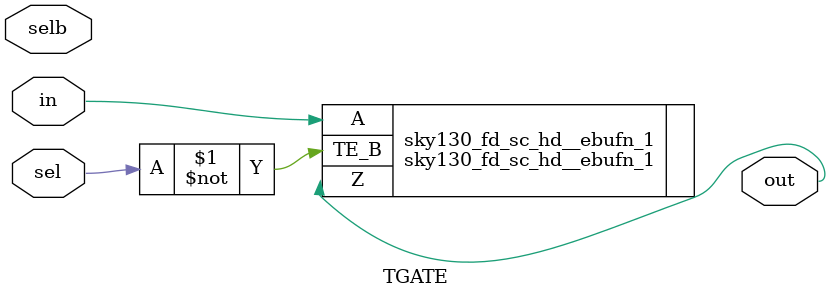
<source format=v>
`timescale 1ns / 1ps

module const0(const0);
//----- OUTPUT PORTS -----
output [0:0] const0;

//----- BEGIN wire-connection ports -----
//----- END wire-connection ports -----


//----- BEGIN Registered ports -----
//----- END Registered ports -----

	assign const0[0] = 1'b0;
endmodule
// ----- END Verilog module for const0 -----

// ----- Verilog module for const1 -----
module const1(const1);
//----- OUTPUT PORTS -----
output [0:0] const1;

//----- BEGIN wire-connection ports -----
//----- END wire-connection ports -----


//----- BEGIN Registered ports -----
//----- END Registered ports -----

	assign const1[0] = 1'b1;
endmodule
// ----- END Verilog module for const1 -----

// ----- Verilog module for INVTX1 -----
module INVTX1(in,
              out);
//----- INPUT PORTS -----
input [0:0] in;
//----- OUTPUT PORTS -----
output [0:0] out;

//----- BEGIN wire-connection ports -----
//----- END wire-connection ports -----


//----- BEGIN Registered ports -----
//----- END Registered ports -----

// ----- Verilog codes of a regular inverter -----
	sky130_fd_sc_hd__inv_1 sky130_fd_sc_hd__inv_1( .A(in), .Y(out) );
`ifdef ENABLE_TIMING
// ------ BEGIN Pin-to-pin Timing constraints -----
	specify
		(in[0] => out[0]) = (0.01, 0.01);
	endspecify
// ------ END Pin-to-pin Timing constraints -----
`endif

/*`ifdef ENABLE_SIGNAL_INITIALIZATION
// ------ BEGIN driver initialization -----
	initial begin
	`ifdef ENABLE_FORMAL_VERIFICATION
		$deposit(in[0], 1'b0);
	`else
		$deposit(in[0], $random);
	`endif

	end
// ------ END driver initialization -----
`endif*/
endmodule
// ----- END Verilog module for INVTX1 -----

// ----- Verilog module for buf4 -----
module buf4(in,
            out);
//----- INPUT PORTS -----
input [0:0] in;
//----- OUTPUT PORTS -----
output [0:0] out;

//----- BEGIN wire-connection ports -----
//----- END wire-connection ports -----


//----- BEGIN Registered ports -----
//----- END Registered ports -----

// ----- Verilog codes of a regular inverter -----
	sky130_fd_sc_hd__buf_1 sky130_fd_sc_hd__buf_1( .A(in), .X(out) );

`ifdef ENABLE_TIMING
// ------ BEGIN Pin-to-pin Timing constraints -----
	specify
		(in[0] => out[0]) = (0.01, 0.01);
	endspecify
// ------ END Pin-to-pin Timing constraints -----
`endif
/*
`ifdef ENABLE_SIGNAL_INITIALIZATION
// ------ BEGIN driver initialization -----
	initial begin
	`ifdef ENABLE_FORMAL_VERIFICATION
		$deposit(in[0], 1'b0);
	`else
		$deposit(in[0], $random);
	`endif

	end
// ------ END driver initialization -----
`endif
*/
endmodule
// ----- END Verilog module for buf4 -----

// ----- Verilog module for tap_buf4 -----
module tap_buf4(in,
                out);
//----- INPUT PORTS -----
input [0:0] in;
//----- OUTPUT PORTS -----
output [0:0] out;

//----- BEGIN wire-connection ports -----
//----- END wire-connection ports -----


//----- BEGIN Registered ports -----
//----- END Registered ports -----

// ----- Verilog codes of a regular inverter -----
	sky130_fd_sc_hd__inv_1 sky130_fd_sc_hd__inv_1( .A(in), .Y(out) );

`ifdef ENABLE_TIMING
// ------ BEGIN Pin-to-pin Timing constraints -----
	specify
		(in[0] => out[0]) = (0.01, 0.01);
	endspecify
// ------ END Pin-to-pin Timing constraints -----
`endif
/*
`ifdef ENABLE_SIGNAL_INITIALIZATION
// ------ BEGIN driver initialization -----
	initial begin
	`ifdef ENABLE_FORMAL_VERIFICATION
		$deposit(in[0], 1'b0);
	`else
		$deposit(in[0], $random);
	`endif

	end
// ------ END driver initialization -----
`endif
*/
endmodule
// ----- END Verilog module for tap_buf4 -----

// ----- Verilog module for TGATE -----
module TGATE(in,
             sel,
             selb,
             out);
//----- INPUT PORTS -----
input [0:0] in;
//----- INPUT PORTS -----
input [0:0] sel;
//----- INPUT PORTS -----
input [0:0] selb;
//----- OUTPUT PORTS -----
output [0:0] out;

//----- BEGIN wire-connection ports -----
//----- END wire-connection ports -----


//----- BEGIN Registered ports -----
//----- END Registered ports -----
	sky130_fd_sc_hd__ebufn_1 sky130_fd_sc_hd__ebufn_1( .A(in), .Z(out), .TE_B(~sel) );
	//assign out = sel ? in : 1'bz;

`ifdef ENABLE_TIMING
// ------ BEGIN Pin-to-pin Timing constraints -----
	specify
		(in[0] => out[0]) = (0.01, 0.01);
		(sel[0] => out[0]) = (0.005, 0.005);
		(selb[0] => out[0]) = (0.005, 0.005);
	endspecify
// ------ END Pin-to-pin Timing constraints -----
`endif
/*
`ifdef ENABLE_SIGNAL_INITIALIZATION
// ------ BEGIN driver initialization -----
	initial begin
	`ifdef ENABLE_FORMAL_VERIFICATION
		$deposit(in[0], 1'b0);
		$deposit(sel[0], 1'b0);
		$deposit(selb[0], 1'b0);
	`else
		$deposit(in[0], $random);
		$deposit(sel[0], $random);
		$deposit(selb[0], $random);
	`endif

	end
// ------ END driver initialization -----
`endif
*/
endmodule
// ----- END Verilog module for TGATE -----

</source>
